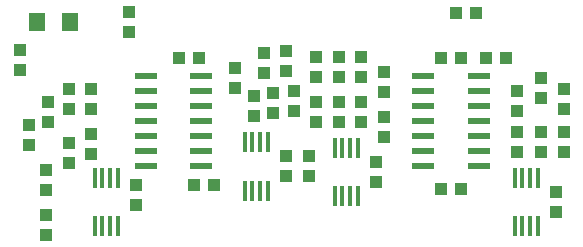
<source format=gbr>
G04 EAGLE Gerber X2 export*
%TF.Part,Single*%
%TF.FileFunction,Paste,Top*%
%TF.FilePolarity,Positive*%
%TF.GenerationSoftware,Autodesk,EAGLE,9.0.1*%
%TF.CreationDate,2018-06-21T02:26:47Z*%
G75*
%MOMM*%
%FSLAX34Y34*%
%LPD*%
%AMOC8*
5,1,8,0,0,1.08239X$1,22.5*%
G01*
%ADD10R,1.000000X1.100000*%
%ADD11R,1.100000X1.000000*%
%ADD12R,1.400000X1.600000*%
%ADD13R,0.431800X1.778000*%
%ADD14R,1.981200X0.558800*%


D10*
X247650Y108513D03*
X247650Y91513D03*
D11*
X169300Y84138D03*
X186300Y84138D03*
D10*
X228600Y178825D03*
X228600Y195825D03*
X247650Y197413D03*
X247650Y180413D03*
D11*
X391550Y230188D03*
X408550Y230188D03*
X173600Y192088D03*
X156600Y192088D03*
D10*
X120650Y84700D03*
X120650Y67700D03*
X114300Y230750D03*
X114300Y213750D03*
D12*
X64800Y222250D03*
X36800Y222250D03*
D10*
X82550Y110563D03*
X82550Y127563D03*
X63500Y148663D03*
X63500Y165663D03*
X46038Y137550D03*
X46038Y154550D03*
X22225Y182000D03*
X22225Y199000D03*
X220663Y159313D03*
X220663Y142313D03*
X236538Y162488D03*
X236538Y145488D03*
X204788Y183125D03*
X204788Y166125D03*
X44450Y42300D03*
X44450Y59300D03*
X44450Y80400D03*
X44450Y97400D03*
X63500Y119625D03*
X63500Y102625D03*
X30163Y135500D03*
X30163Y118500D03*
X82550Y165663D03*
X82550Y148663D03*
X266700Y91513D03*
X266700Y108513D03*
X254000Y147075D03*
X254000Y164075D03*
D13*
X85500Y49403D03*
X92000Y49403D03*
X98500Y49403D03*
X105000Y49403D03*
X105000Y90297D03*
X98500Y90297D03*
X92000Y90297D03*
X85500Y90297D03*
D14*
X176022Y100013D03*
X176022Y112713D03*
X176022Y125413D03*
X176022Y138113D03*
X176022Y150813D03*
X176022Y163513D03*
X176022Y176213D03*
X128778Y176213D03*
X128778Y163513D03*
X128778Y150813D03*
X128778Y138113D03*
X128778Y125413D03*
X128778Y112713D03*
X128778Y100013D03*
D13*
X212500Y79566D03*
X219000Y79566D03*
X225500Y79566D03*
X232000Y79566D03*
X232000Y120460D03*
X225500Y120460D03*
X219000Y120460D03*
X212500Y120460D03*
D14*
X410972Y100013D03*
X410972Y112713D03*
X410972Y125413D03*
X410972Y138113D03*
X410972Y150813D03*
X410972Y163513D03*
X410972Y176213D03*
X363728Y176213D03*
X363728Y163513D03*
X363728Y150813D03*
X363728Y138113D03*
X363728Y125413D03*
X363728Y112713D03*
X363728Y100013D03*
D11*
X395850Y192088D03*
X378850Y192088D03*
D10*
X323850Y103750D03*
X323850Y86750D03*
D13*
X288700Y74803D03*
X295200Y74803D03*
X301700Y74803D03*
X308200Y74803D03*
X308200Y115697D03*
X301700Y115697D03*
X295200Y115697D03*
X288700Y115697D03*
D10*
X273050Y137550D03*
X273050Y154550D03*
X273050Y175650D03*
X273050Y192650D03*
X311150Y154550D03*
X311150Y137550D03*
X330200Y124850D03*
X330200Y141850D03*
X292100Y154550D03*
X292100Y137550D03*
X330200Y179950D03*
X330200Y162950D03*
X311150Y175650D03*
X311150Y192650D03*
X292100Y175650D03*
X292100Y192650D03*
X476250Y78350D03*
X476250Y61350D03*
D13*
X441100Y49403D03*
X447600Y49403D03*
X454100Y49403D03*
X460600Y49403D03*
X460600Y90297D03*
X454100Y90297D03*
X447600Y90297D03*
X441100Y90297D03*
D10*
X482600Y165663D03*
X482600Y148663D03*
X482600Y112150D03*
X482600Y129150D03*
X442913Y129150D03*
X442913Y112150D03*
D11*
X378850Y80963D03*
X395850Y80963D03*
D10*
X463550Y129150D03*
X463550Y112150D03*
X442913Y164075D03*
X442913Y147075D03*
X463550Y158188D03*
X463550Y175188D03*
D11*
X416950Y192088D03*
X433950Y192088D03*
M02*

</source>
